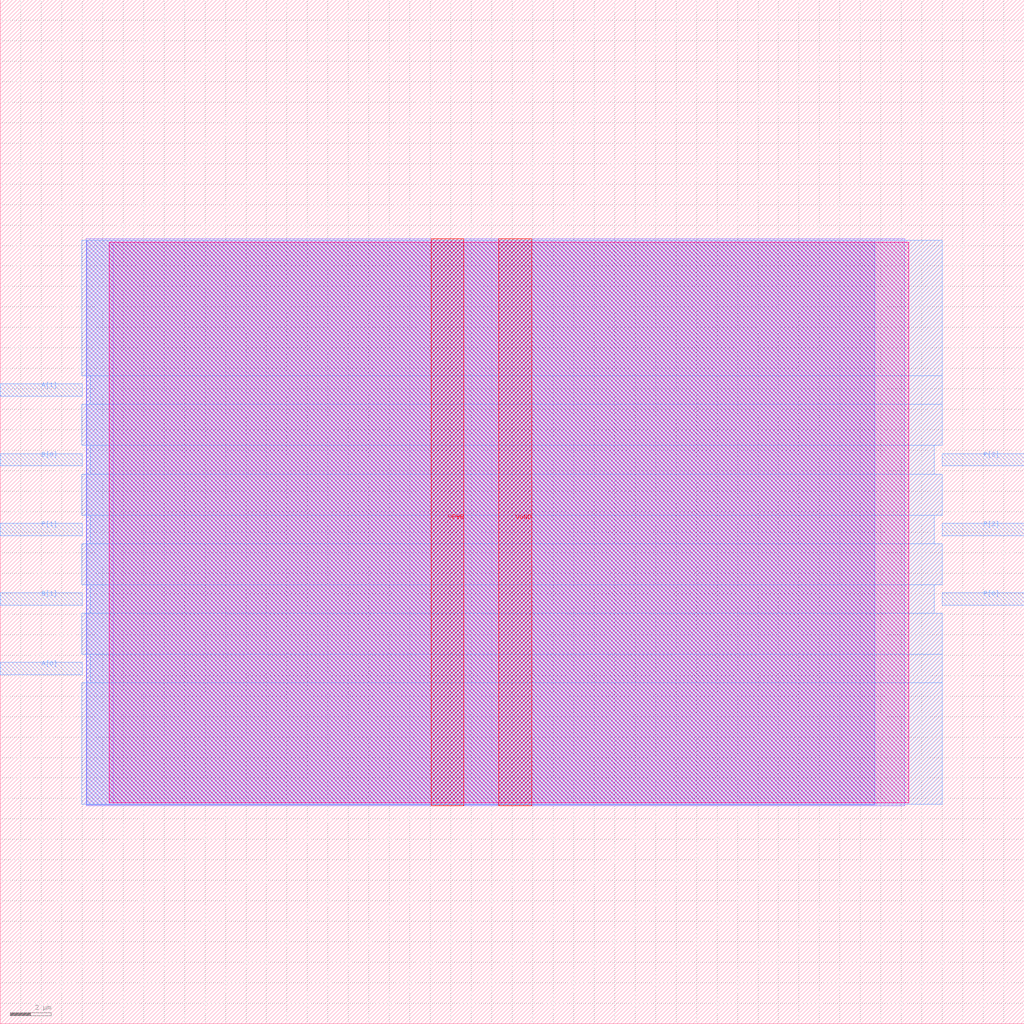
<source format=lef>
VERSION 5.7 ;
  NOWIREEXTENSIONATPIN ON ;
  DIVIDERCHAR "/" ;
  BUSBITCHARS "[]" ;
MACRO SARSANSTEPS_VENTAJA_e7
  CLASS BLOCK ;
  FOREIGN SARSANSTEPS_VENTAJA_e7 ;
  ORIGIN 0.000 0.000 ;
  SIZE 50.000 BY 50.000 ;
  PIN A[0]
    DIRECTION INPUT ;
    USE SIGNAL ;
    ANTENNAGATEAREA 0.196500 ;
    PORT
      LAYER met3 ;
        RECT 0.000 17.040 4.000 17.640 ;
    END
  END A[0]
  PIN A[1]
    DIRECTION INPUT ;
    USE SIGNAL ;
    ANTENNAGATEAREA 0.196500 ;
    PORT
      LAYER met3 ;
        RECT 0.000 30.640 4.000 31.240 ;
    END
  END A[1]
  PIN B[0]
    DIRECTION INPUT ;
    USE SIGNAL ;
    ANTENNAGATEAREA 0.196500 ;
    PORT
      LAYER met3 ;
        RECT 0.000 27.240 4.000 27.840 ;
    END
  END B[0]
  PIN B[1]
    DIRECTION INPUT ;
    USE SIGNAL ;
    ANTENNAGATEAREA 0.196500 ;
    PORT
      LAYER met3 ;
        RECT 0.000 20.440 4.000 21.040 ;
    END
  END B[1]
  PIN P[0]
    DIRECTION OUTPUT ;
    USE SIGNAL ;
    ANTENNADIFFAREA 0.445500 ;
    PORT
      LAYER met3 ;
        RECT 46.000 20.440 50.000 21.040 ;
    END
  END P[0]
  PIN P[1]
    DIRECTION OUTPUT ;
    USE SIGNAL ;
    ANTENNADIFFAREA 0.445500 ;
    PORT
      LAYER met3 ;
        RECT 0.000 23.840 4.000 24.440 ;
    END
  END P[1]
  PIN P[2]
    DIRECTION OUTPUT ;
    USE SIGNAL ;
    ANTENNADIFFAREA 0.445500 ;
    PORT
      LAYER met3 ;
        RECT 46.000 23.840 50.000 24.440 ;
    END
  END P[2]
  PIN P[3]
    DIRECTION OUTPUT ;
    USE SIGNAL ;
    PORT
      LAYER met3 ;
        RECT 46.000 27.240 50.000 27.840 ;
    END
  END P[3]
  PIN VGND
    DIRECTION INOUT ;
    USE GROUND ;
    PORT
      LAYER met4 ;
        RECT 24.340 10.640 25.940 38.320 ;
    END
  END VGND
  PIN VPWR
    DIRECTION INOUT ;
    USE POWER ;
    PORT
      LAYER met4 ;
        RECT 21.040 10.640 22.640 38.320 ;
    END
  END VPWR
  OBS
      LAYER nwell ;
        RECT 5.330 10.795 44.350 38.165 ;
      LAYER li1 ;
        RECT 5.520 10.795 44.160 38.165 ;
      LAYER met1 ;
        RECT 4.210 10.640 44.160 38.320 ;
      LAYER met2 ;
        RECT 4.230 10.695 42.690 38.265 ;
      LAYER met3 ;
        RECT 3.990 31.640 46.000 38.245 ;
        RECT 4.400 30.240 46.000 31.640 ;
        RECT 3.990 28.240 46.000 30.240 ;
        RECT 4.400 26.840 45.600 28.240 ;
        RECT 3.990 24.840 46.000 26.840 ;
        RECT 4.400 23.440 45.600 24.840 ;
        RECT 3.990 21.440 46.000 23.440 ;
        RECT 4.400 20.040 45.600 21.440 ;
        RECT 3.990 18.040 46.000 20.040 ;
        RECT 4.400 16.640 46.000 18.040 ;
        RECT 3.990 10.715 46.000 16.640 ;
  END
END SARSANSTEPS_VENTAJA_e7
END LIBRARY


</source>
